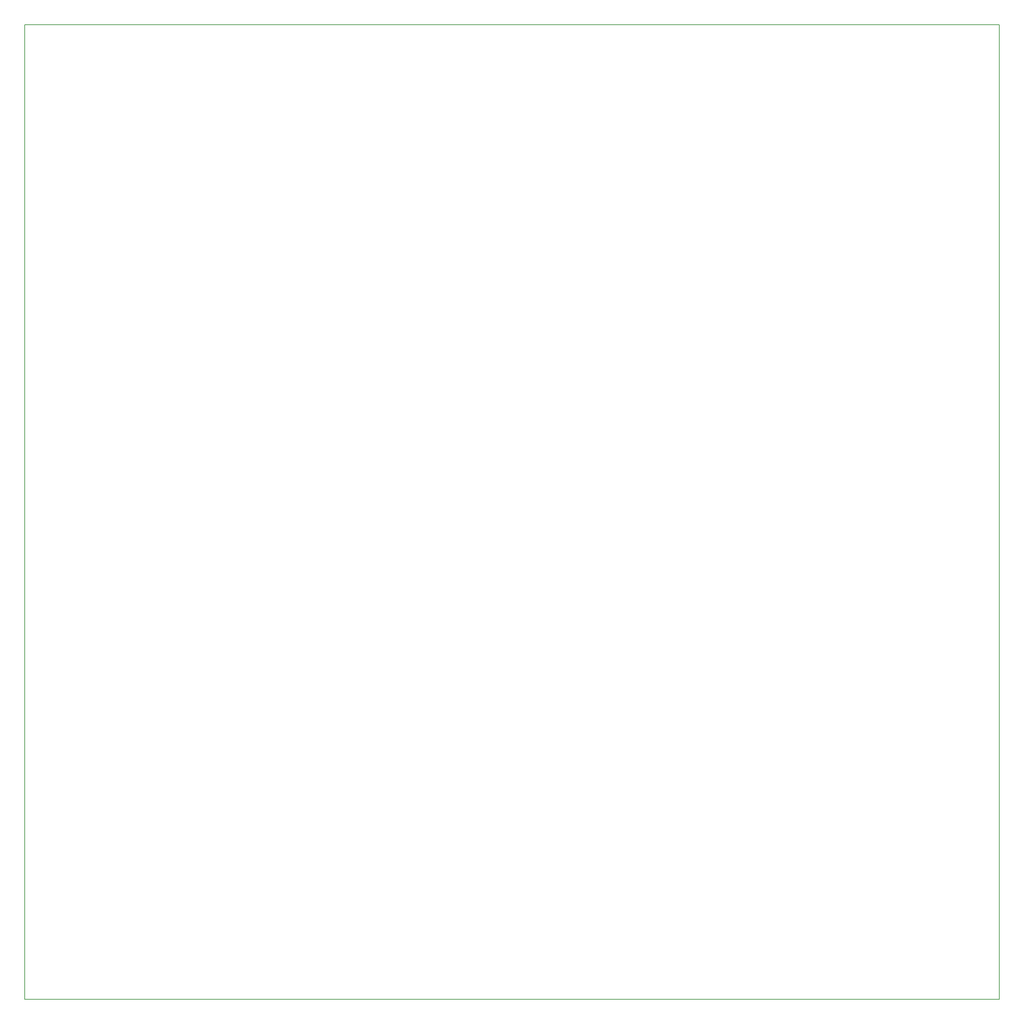
<source format=gbr>
%TF.GenerationSoftware,KiCad,Pcbnew,(6.0.11)*%
%TF.CreationDate,2024-06-16T13:35:35-04:00*%
%TF.ProjectId,NS32016-BC,4e533332-3031-4362-9d42-432e6b696361,rev?*%
%TF.SameCoordinates,Original*%
%TF.FileFunction,Profile,NP*%
%FSLAX46Y46*%
G04 Gerber Fmt 4.6, Leading zero omitted, Abs format (unit mm)*
G04 Created by KiCad (PCBNEW (6.0.11)) date 2024-06-16 13:35:35*
%MOMM*%
%LPD*%
G01*
G04 APERTURE LIST*
%TA.AperFunction,Profile*%
%ADD10C,0.150000*%
%TD*%
G04 APERTURE END LIST*
D10*
X121920000Y-130810000D02*
X121920000Y-374650000D01*
X121920000Y-130810000D02*
X365760000Y-130810000D01*
X365760000Y-374650000D02*
X121920000Y-374650000D01*
X365760000Y-374650000D02*
X365760000Y-130810000D01*
M02*

</source>
